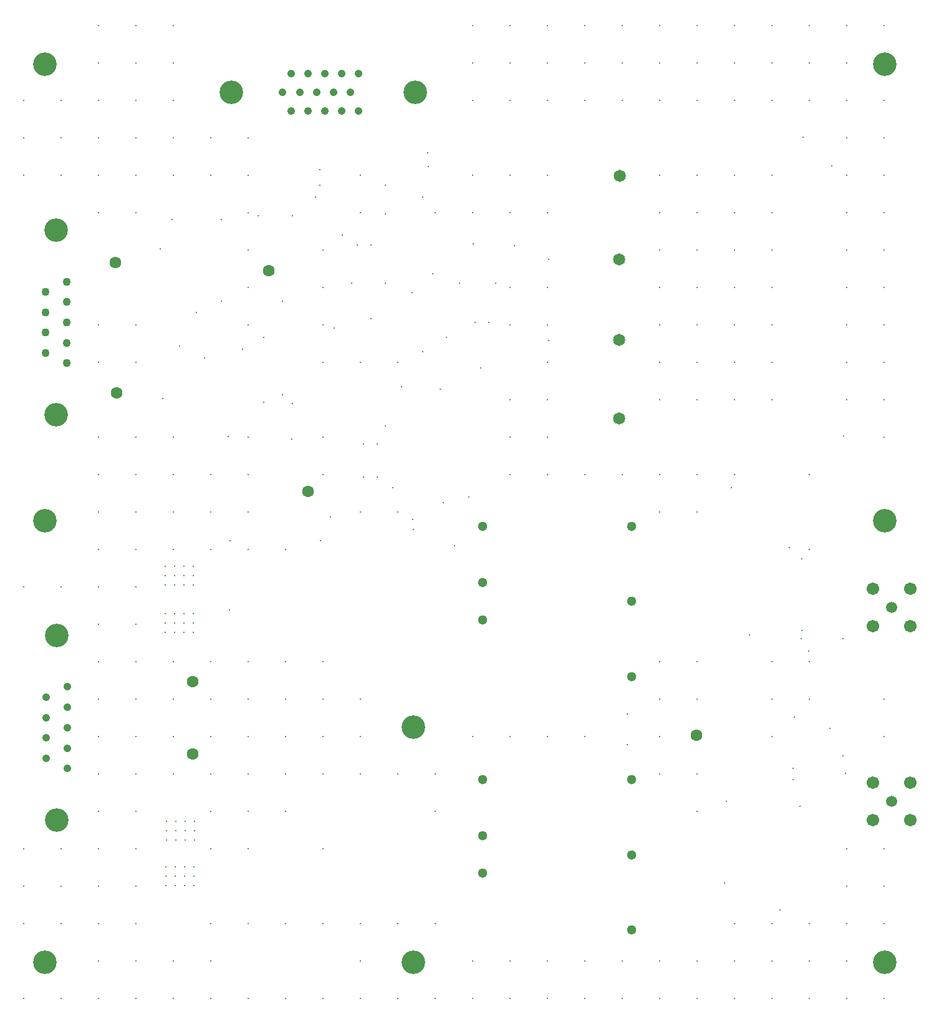
<source format=gbr>
%TF.GenerationSoftware,KiCad,Pcbnew,9.0.3*%
%TF.CreationDate,2025-09-17T10:51:44-04:00*%
%TF.ProjectId,4_COLD_TPC_SiPM_Pre_Amp,345f434f-4c44-45f5-9450-435f5369504d,rev?*%
%TF.SameCoordinates,Original*%
%TF.FileFunction,Plated,1,10,PTH,Drill*%
%TF.FilePolarity,Positive*%
%FSLAX46Y46*%
G04 Gerber Fmt 4.6, Leading zero omitted, Abs format (unit mm)*
G04 Created by KiCad (PCBNEW 9.0.3) date 2025-09-17 10:51:44*
%MOMM*%
%LPD*%
G01*
G04 APERTURE LIST*
%TA.AperFunction,ViaDrill*%
%ADD10C,0.300000*%
%TD*%
%TA.AperFunction,ComponentDrill*%
%ADD11C,1.040000*%
%TD*%
%TA.AperFunction,ComponentDrill*%
%ADD12C,1.050000*%
%TD*%
%TA.AperFunction,ComponentDrill*%
%ADD13C,1.090000*%
%TD*%
%TA.AperFunction,ComponentDrill*%
%ADD14C,1.300000*%
%TD*%
%TA.AperFunction,ComponentDrill*%
%ADD15C,1.498600*%
%TD*%
%TA.AperFunction,ComponentDrill*%
%ADD16C,1.600000*%
%TD*%
%TA.AperFunction,ComponentDrill*%
%ADD17C,1.651000*%
%TD*%
%TA.AperFunction,ComponentDrill*%
%ADD18C,1.701800*%
%TD*%
%TA.AperFunction,ComponentDrill*%
%ADD19C,3.200000*%
%TD*%
G04 APERTURE END LIST*
D10*
X132080000Y-60960000D03*
X132080000Y-66040000D03*
X132080000Y-71120000D03*
X132080000Y-127000000D03*
X132080000Y-162560000D03*
X132080000Y-167640000D03*
X132080000Y-172720000D03*
X132080000Y-182880000D03*
X137160000Y-60960000D03*
X137160000Y-66040000D03*
X137160000Y-71120000D03*
X137160000Y-127000000D03*
X137160000Y-162560000D03*
X137160000Y-167640000D03*
X137160000Y-172720000D03*
X137160000Y-182880000D03*
X142240000Y-50800000D03*
X142240000Y-55880000D03*
X142240000Y-60960000D03*
X142240000Y-66040000D03*
X142240000Y-71120000D03*
X142240000Y-76200000D03*
X142240000Y-91440000D03*
X142240000Y-96520000D03*
X142240000Y-106680000D03*
X142240000Y-111760000D03*
X142240000Y-116840000D03*
X142240000Y-121920000D03*
X142240000Y-127000000D03*
X142240000Y-132080000D03*
X142240000Y-137160000D03*
X142240000Y-142240000D03*
X142240000Y-147320000D03*
X142240000Y-152400000D03*
X142240000Y-157480000D03*
X142240000Y-162560000D03*
X142240000Y-167640000D03*
X142240000Y-172720000D03*
X142240000Y-177800000D03*
X142240000Y-182880000D03*
X147320000Y-50800000D03*
X147320000Y-55880000D03*
X147320000Y-60960000D03*
X147320000Y-66040000D03*
X147320000Y-71120000D03*
X147320000Y-76200000D03*
X147320000Y-91440000D03*
X147320000Y-96520000D03*
X147320000Y-106680000D03*
X147320000Y-111760000D03*
X147320000Y-116840000D03*
X147320000Y-121920000D03*
X147320000Y-127000000D03*
X147320000Y-132080000D03*
X147320000Y-137160000D03*
X147320000Y-142240000D03*
X147320000Y-147320000D03*
X147320000Y-152400000D03*
X147320000Y-157480000D03*
X147320000Y-162560000D03*
X147320000Y-167640000D03*
X147320000Y-172720000D03*
X147320000Y-177800000D03*
X147320000Y-182880000D03*
X150680000Y-81065000D03*
X150980000Y-101385000D03*
X151305000Y-130610000D03*
X151305000Y-131880000D03*
X151305000Y-133150000D03*
X151365000Y-124235000D03*
X151365000Y-125505000D03*
X151365000Y-126775000D03*
X151397500Y-165030000D03*
X151397500Y-166300000D03*
X151397500Y-167570000D03*
X151477500Y-158820000D03*
X151477500Y-160090000D03*
X151477500Y-161360000D03*
X152240000Y-77120000D03*
X152400000Y-50800000D03*
X152400000Y-55880000D03*
X152400000Y-60960000D03*
X152400000Y-66040000D03*
X152400000Y-71120000D03*
X152400000Y-106680000D03*
X152400000Y-111760000D03*
X152400000Y-116840000D03*
X152400000Y-121920000D03*
X152400000Y-137160000D03*
X152400000Y-142240000D03*
X152400000Y-147320000D03*
X152400000Y-152400000D03*
X152400000Y-177800000D03*
X152400000Y-182880000D03*
X152575000Y-130610000D03*
X152575000Y-131880000D03*
X152575000Y-133150000D03*
X152635000Y-124235000D03*
X152635000Y-125505000D03*
X152635000Y-126775000D03*
X152667500Y-165030000D03*
X152667500Y-166300000D03*
X152667500Y-167570000D03*
X152747500Y-158820000D03*
X152747500Y-160090000D03*
X152747500Y-161360000D03*
X153260000Y-94345000D03*
X153845000Y-130610000D03*
X153845000Y-131880000D03*
X153845000Y-133150000D03*
X153905000Y-124235000D03*
X153905000Y-125505000D03*
X153905000Y-126775000D03*
X153937500Y-165030000D03*
X153937500Y-166300000D03*
X153937500Y-167570000D03*
X154017500Y-158820000D03*
X154017500Y-160090000D03*
X154017500Y-161360000D03*
X155115000Y-130610000D03*
X155115000Y-131880000D03*
X155115000Y-133150000D03*
X155175000Y-124235000D03*
X155175000Y-125505000D03*
X155175000Y-126775000D03*
X155207500Y-165030000D03*
X155207500Y-166300000D03*
X155207500Y-167570000D03*
X155287500Y-158820000D03*
X155287500Y-160090000D03*
X155287500Y-161360000D03*
X155600000Y-89765000D03*
X156660000Y-95925000D03*
X157480000Y-66040000D03*
X157480000Y-71120000D03*
X157480000Y-111760000D03*
X157480000Y-116840000D03*
X157480000Y-121920000D03*
X157480000Y-137160000D03*
X157480000Y-142240000D03*
X157480000Y-147320000D03*
X157480000Y-152400000D03*
X157480000Y-157480000D03*
X157480000Y-162560000D03*
X157480000Y-172720000D03*
X157480000Y-177800000D03*
X157480000Y-182880000D03*
X158970000Y-77145000D03*
X158971400Y-88205000D03*
X159900000Y-106580000D03*
X160020000Y-130140000D03*
X160160000Y-120700000D03*
X161820000Y-94695000D03*
X162560000Y-66040000D03*
X162560000Y-71120000D03*
X162560000Y-76200000D03*
X162560000Y-81280000D03*
X162560000Y-86360000D03*
X162560000Y-91440000D03*
X162560000Y-106680000D03*
X162560000Y-111760000D03*
X162560000Y-116840000D03*
X162560000Y-121920000D03*
X162560000Y-137160000D03*
X162560000Y-142240000D03*
X162560000Y-147320000D03*
X162560000Y-152400000D03*
X162560000Y-157480000D03*
X162560000Y-162560000D03*
X162560000Y-172720000D03*
X162560000Y-182880000D03*
X163910000Y-76580000D03*
X164690000Y-93100000D03*
X164690000Y-101940000D03*
X167220000Y-88200000D03*
X167220000Y-100870000D03*
X167640000Y-121920000D03*
X167640000Y-137160000D03*
X167640000Y-142240000D03*
X167640000Y-147320000D03*
X167640000Y-152400000D03*
X167640000Y-157480000D03*
X167640000Y-172720000D03*
X167640000Y-182880000D03*
X168540000Y-106950000D03*
X168570000Y-76570000D03*
X168570000Y-102120000D03*
X171750000Y-74110000D03*
X172310000Y-70370000D03*
X172310000Y-72450000D03*
X172390000Y-120700000D03*
X172720000Y-81280000D03*
X172720000Y-86360000D03*
X172720000Y-91440000D03*
X172720000Y-96520000D03*
X172720000Y-106680000D03*
X172720000Y-111760000D03*
X172720000Y-137160000D03*
X172720000Y-142240000D03*
X172720000Y-147320000D03*
X172720000Y-152400000D03*
X172720000Y-162560000D03*
X172720000Y-172720000D03*
X172720000Y-182880000D03*
X173770000Y-117510000D03*
X174310000Y-91820000D03*
X175350000Y-79240000D03*
X176630000Y-85760000D03*
X177434150Y-80580000D03*
X177800000Y-71120000D03*
X177800000Y-76200000D03*
X177800000Y-96520000D03*
X177800000Y-116840000D03*
X177800000Y-142240000D03*
X177800000Y-147320000D03*
X177800000Y-152400000D03*
X177800000Y-172720000D03*
X177800000Y-177800000D03*
X177800000Y-182880000D03*
X178250000Y-107630000D03*
X178250000Y-112050000D03*
X179230000Y-90580000D03*
X179234150Y-80580000D03*
X180140000Y-107630000D03*
X180140000Y-112050000D03*
X181234150Y-85760000D03*
X181240000Y-72460000D03*
X181240000Y-76390000D03*
X181240000Y-105120000D03*
X182270000Y-113530000D03*
X182880000Y-96520000D03*
X182880000Y-116840000D03*
X182880000Y-152400000D03*
X182880000Y-172720000D03*
X182880000Y-182880000D03*
X183380000Y-99790000D03*
X184894150Y-87030000D03*
X184980000Y-117850000D03*
X184990000Y-119200000D03*
X186260000Y-74110000D03*
X186280000Y-95110000D03*
X187000000Y-68050000D03*
X187017482Y-69884549D03*
X187654150Y-84480000D03*
X187960000Y-76200000D03*
X187960000Y-152400000D03*
X187960000Y-157480000D03*
X187960000Y-172720000D03*
X187960000Y-182880000D03*
X188670000Y-100170000D03*
X189080000Y-115560000D03*
X189480000Y-93100000D03*
X190600000Y-121430000D03*
X191304150Y-85750000D03*
X192540000Y-114820000D03*
X193040000Y-50800000D03*
X193040000Y-55880000D03*
X193040000Y-60960000D03*
X193040000Y-71120000D03*
X193040000Y-76200000D03*
X193040000Y-147320000D03*
X193040000Y-177800000D03*
X193040000Y-182880000D03*
X193184150Y-80420000D03*
X193394150Y-91130000D03*
X194129150Y-97274800D03*
X195264150Y-91120000D03*
X196164150Y-85750000D03*
X198120000Y-50800000D03*
X198120000Y-55880000D03*
X198120000Y-60960000D03*
X198120000Y-71120000D03*
X198120000Y-76200000D03*
X198120000Y-86360000D03*
X198120000Y-91440000D03*
X198120000Y-101600000D03*
X198120000Y-106680000D03*
X198120000Y-111760000D03*
X198120000Y-147320000D03*
X198120000Y-177800000D03*
X198120000Y-182880000D03*
X198774150Y-80690000D03*
X203200000Y-50800000D03*
X203200000Y-55880000D03*
X203200000Y-60960000D03*
X203200000Y-71120000D03*
X203200000Y-76200000D03*
X203200000Y-86360000D03*
X203200000Y-91440000D03*
X203200000Y-96520000D03*
X203200000Y-101600000D03*
X203200000Y-106680000D03*
X203200000Y-111760000D03*
X203200000Y-147320000D03*
X203200000Y-177800000D03*
X203200000Y-182880000D03*
X203400000Y-82510200D03*
X203440000Y-93510000D03*
X208280000Y-50800000D03*
X208280000Y-55880000D03*
X208280000Y-60960000D03*
X208280000Y-111760000D03*
X208280000Y-147320000D03*
X208280000Y-177800000D03*
X208280000Y-182880000D03*
X213360000Y-50800000D03*
X213360000Y-55880000D03*
X213360000Y-60960000D03*
X213360000Y-111760000D03*
X213360000Y-177800000D03*
X213360000Y-182880000D03*
X214040000Y-148430000D03*
X214078000Y-144272000D03*
X218440000Y-50800000D03*
X218440000Y-55880000D03*
X218440000Y-60960000D03*
X218440000Y-71120000D03*
X218440000Y-76200000D03*
X218440000Y-81280000D03*
X218440000Y-86360000D03*
X218440000Y-91440000D03*
X218440000Y-96520000D03*
X218440000Y-101600000D03*
X218440000Y-111760000D03*
X218440000Y-116840000D03*
X218440000Y-137160000D03*
X218440000Y-142240000D03*
X218440000Y-147320000D03*
X218440000Y-152400000D03*
X218440000Y-177800000D03*
X218440000Y-182880000D03*
X223520000Y-50800000D03*
X223520000Y-55880000D03*
X223520000Y-60960000D03*
X223520000Y-71120000D03*
X223520000Y-76200000D03*
X223520000Y-81280000D03*
X223520000Y-86360000D03*
X223520000Y-91440000D03*
X223520000Y-96520000D03*
X223520000Y-101600000D03*
X223520000Y-111760000D03*
X223520000Y-116840000D03*
X223520000Y-137160000D03*
X223520000Y-142240000D03*
X223520000Y-152400000D03*
X223520000Y-157480000D03*
X223520000Y-177800000D03*
X223520000Y-182880000D03*
X227300000Y-167231400D03*
X227570000Y-156111400D03*
X228180000Y-113530000D03*
X228600000Y-50800000D03*
X228600000Y-55880000D03*
X228600000Y-60960000D03*
X228600000Y-71120000D03*
X228600000Y-76200000D03*
X228600000Y-81280000D03*
X228600000Y-86360000D03*
X228600000Y-91440000D03*
X228600000Y-96520000D03*
X228600000Y-101600000D03*
X228600000Y-111760000D03*
X228600000Y-172720000D03*
X228600000Y-177800000D03*
X228600000Y-182880000D03*
X230680000Y-133480000D03*
X233680000Y-50800000D03*
X233680000Y-55880000D03*
X233680000Y-60960000D03*
X233680000Y-71120000D03*
X233680000Y-76200000D03*
X233680000Y-81280000D03*
X233680000Y-86360000D03*
X233680000Y-91440000D03*
X233680000Y-96520000D03*
X233680000Y-101600000D03*
X233680000Y-137160000D03*
X233680000Y-142240000D03*
X233680000Y-147320000D03*
X233680000Y-172720000D03*
X233680000Y-177800000D03*
X233680000Y-182880000D03*
X234827500Y-170857500D03*
X236050000Y-121620000D03*
X236550000Y-151610000D03*
X236550000Y-153160000D03*
X236720000Y-144650000D03*
X237515000Y-156785000D03*
X237680000Y-133980000D03*
X237740000Y-132930000D03*
X237770000Y-123210000D03*
X237950000Y-65950000D03*
X238740000Y-135680000D03*
X238760000Y-50800000D03*
X238760000Y-55880000D03*
X238760000Y-60960000D03*
X238760000Y-111760000D03*
X238760000Y-121920000D03*
X238760000Y-137160000D03*
X238760000Y-142240000D03*
X238760000Y-172720000D03*
X238760000Y-177800000D03*
X238760000Y-182880000D03*
X241580000Y-146200000D03*
X241820000Y-69830000D03*
X243400000Y-133990000D03*
X243400000Y-149970000D03*
X243480000Y-106490000D03*
X243690000Y-152310000D03*
X243840000Y-50800000D03*
X243840000Y-55880000D03*
X243840000Y-60960000D03*
X243840000Y-66040000D03*
X243840000Y-71120000D03*
X243840000Y-76200000D03*
X243840000Y-81280000D03*
X243840000Y-86360000D03*
X243840000Y-91440000D03*
X243840000Y-96520000D03*
X243840000Y-101600000D03*
X243840000Y-162560000D03*
X243840000Y-167640000D03*
X243840000Y-172720000D03*
X243840000Y-177800000D03*
X243840000Y-182880000D03*
X248920000Y-50800000D03*
X248920000Y-60960000D03*
X248920000Y-66040000D03*
X248920000Y-71120000D03*
X248920000Y-76200000D03*
X248920000Y-81280000D03*
X248920000Y-86360000D03*
X248920000Y-91440000D03*
X248920000Y-96520000D03*
X248920000Y-101600000D03*
X248920000Y-106680000D03*
X248920000Y-142240000D03*
X248920000Y-147320000D03*
X248920000Y-162560000D03*
X248920000Y-167640000D03*
X248920000Y-172720000D03*
X248920000Y-182880000D03*
D11*
%TO.C,J1*%
X135190000Y-141960000D03*
X135190000Y-144730000D03*
X135190000Y-147500000D03*
X135190000Y-150270000D03*
X138030000Y-140575000D03*
X138030000Y-143345000D03*
X138030000Y-146115000D03*
X138030000Y-148885000D03*
X138030000Y-151655000D03*
D12*
%TO.C,J3*%
X167289000Y-59810000D03*
X168434000Y-57270000D03*
X168434000Y-62350000D03*
X169579000Y-59810000D03*
X170724000Y-57270000D03*
X170724000Y-62350000D03*
X171869000Y-59810000D03*
X173014000Y-57270000D03*
X173014000Y-62350000D03*
X174159000Y-59810000D03*
X175304000Y-57270000D03*
X175304000Y-62350000D03*
X176449000Y-59810000D03*
X177594000Y-57270000D03*
X177594000Y-62350000D03*
D13*
%TO.C,J2*%
X135093250Y-86935000D03*
X135093250Y-89705000D03*
X135093250Y-92475000D03*
X135093250Y-95245000D03*
X137933250Y-85550000D03*
X137933250Y-88320000D03*
X137933250Y-91090000D03*
X137933250Y-93860000D03*
X137933250Y-96630000D03*
D14*
%TO.C,U3*%
X194387500Y-153190000D03*
X194387500Y-160790000D03*
X194387500Y-165890000D03*
%TO.C,U4*%
X194395000Y-118770000D03*
X194395000Y-126370000D03*
X194395000Y-131470000D03*
%TO.C,U3*%
X214687500Y-153190000D03*
X214687500Y-163390000D03*
X214687500Y-173590000D03*
%TO.C,U4*%
X214695000Y-118770000D03*
X214695000Y-128970000D03*
X214695000Y-139170000D03*
D15*
%TO.C,J5*%
X250000000Y-129780000D03*
%TO.C,J4*%
X250000000Y-156110000D03*
D16*
%TO.C,+5V1*%
X144520000Y-83000000D03*
%TO.C,-5V1*%
X144690000Y-100630000D03*
%TO.C,+12V1*%
X155090000Y-139890000D03*
%TO.C,+12V_RTN1*%
X155090000Y-149640000D03*
%TO.C,Telem_RTN1*%
X165350000Y-84050000D03*
%TO.C,V_{EN}1*%
X170690000Y-114050000D03*
%TO.C,V_{OUT_RTN}1*%
X223490000Y-147150000D03*
D17*
%TO.C,P1*%
X212960000Y-93500000D03*
%TO.C,P2*%
X212960000Y-104170000D03*
%TO.C,P3*%
X212970000Y-82510000D03*
%TO.C,P4*%
X213060000Y-71180000D03*
D18*
%TO.C,J5*%
X247460000Y-127240000D03*
X247460000Y-132320000D03*
%TO.C,J4*%
X247460000Y-153570000D03*
X247460000Y-158650000D03*
%TO.C,J5*%
X252540000Y-127240000D03*
X252540000Y-132320000D03*
%TO.C,J4*%
X252540000Y-153570000D03*
X252540000Y-158650000D03*
D19*
%TO.C,H5*%
X135000000Y-56000000D03*
%TO.C,H8*%
X135000000Y-118000000D03*
%TO.C,H2*%
X135000000Y-178000000D03*
%TO.C,J2*%
X136513250Y-78590000D03*
X136513250Y-103590000D03*
%TO.C,J1*%
X136610000Y-133615000D03*
X136610000Y-158615000D03*
%TO.C,J3*%
X160265000Y-59810000D03*
%TO.C,H3*%
X185000000Y-146000000D03*
%TO.C,H4*%
X185000000Y-178000000D03*
%TO.C,J3*%
X185255000Y-59810000D03*
%TO.C,H1*%
X249000000Y-56000000D03*
%TO.C,H7*%
X249000000Y-118000000D03*
%TO.C,H6*%
X249000000Y-178000000D03*
M02*

</source>
